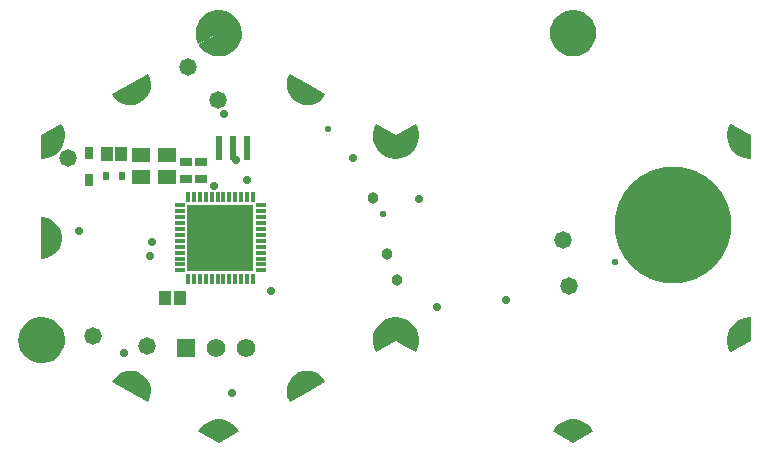
<source format=gbr>
G04*
G04 #@! TF.GenerationSoftware,Altium Limited,Altium Designer,25.8.1 (18)*
G04*
G04 Layer_Color=16711935*
%FSLAX44Y44*%
%MOMM*%
G71*
G04*
G04 #@! TF.SameCoordinates,DC2A109C-38F9-4662-A5C9-921089D2BF11*
G04*
G04*
G04 #@! TF.FilePolarity,Negative*
G04*
G01*
G75*
G04:AMPARAMS|DCode=30|XSize=1.2032mm|YSize=1.2032mm|CornerRadius=0.6016mm|HoleSize=0mm|Usage=FLASHONLY|Rotation=90.000|XOffset=0mm|YOffset=0mm|HoleType=Round|Shape=RoundedRectangle|*
%AMROUNDEDRECTD30*
21,1,1.2032,0.0000,0,0,90.0*
21,1,0.0000,1.2032,0,0,90.0*
1,1,1.2032,0.0000,0.0000*
1,1,1.2032,0.0000,0.0000*
1,1,1.2032,0.0000,0.0000*
1,1,1.2032,0.0000,0.0000*
%
%ADD30ROUNDEDRECTD30*%
G04:AMPARAMS|DCode=31|XSize=1.2032mm|YSize=1.2032mm|CornerRadius=0.6016mm|HoleSize=0mm|Usage=FLASHONLY|Rotation=210.000|XOffset=0mm|YOffset=0mm|HoleType=Round|Shape=RoundedRectangle|*
%AMROUNDEDRECTD31*
21,1,1.2032,0.0000,0,0,210.0*
21,1,0.0000,1.2032,0,0,210.0*
1,1,1.2032,0.0000,0.0000*
1,1,1.2032,0.0000,0.0000*
1,1,1.2032,0.0000,0.0000*
1,1,1.2032,0.0000,0.0000*
%
%ADD31ROUNDEDRECTD31*%
G04:AMPARAMS|DCode=32|XSize=1.2032mm|YSize=1.2032mm|CornerRadius=0.6016mm|HoleSize=0mm|Usage=FLASHONLY|Rotation=150.000|XOffset=0mm|YOffset=0mm|HoleType=Round|Shape=RoundedRectangle|*
%AMROUNDEDRECTD32*
21,1,1.2032,0.0000,0,0,150.0*
21,1,0.0000,1.2032,0,0,150.0*
1,1,1.2032,0.0000,0.0000*
1,1,1.2032,0.0000,0.0000*
1,1,1.2032,0.0000,0.0000*
1,1,1.2032,0.0000,0.0000*
%
%ADD32ROUNDEDRECTD32*%
%ADD34R,0.9900X0.7400*%
%ADD36R,1.5700X1.5700*%
%ADD37C,1.5700*%
%ADD45C,9.9060*%
%ADD48R,0.6000X0.8000*%
%ADD50R,0.3000X0.8500*%
%ADD51R,0.8500X0.3000*%
%ADD52R,5.7000X5.7000*%
%ADD54R,1.6002X1.2954*%
%ADD55R,0.7032X1.1032*%
%ADD56R,1.0032X1.1532*%
%ADD57R,0.6033X2.1032*%
%ADD58C,0.7112*%
%ADD59C,1.4732*%
%ADD60C,0.9652*%
%ADD61C,0.5842*%
G36*
X153602Y191945D02*
X157319Y190313D01*
X160621Y187953D01*
X163369Y184964D01*
X165443Y181474D01*
X166757Y177633D01*
X167254Y173604D01*
X166912Y169559D01*
X165747Y165671D01*
X164778Y163887D01*
Y163887D01*
X147599Y173778D01*
X130421Y163887D01*
X129452Y165671D01*
X128287Y169559D01*
X127945Y173604D01*
X128442Y177633D01*
X129755Y181474D01*
X131830Y184964D01*
X134577Y187953D01*
X137880Y190313D01*
X141597Y191945D01*
X145570Y192779D01*
X149629D01*
X153602Y191945D01*
D02*
G37*
G36*
X-146397D02*
X-142680Y190313D01*
X-139378Y187953D01*
X-136631Y184964D01*
X-134556Y181474D01*
X-133243Y177633D01*
X-132746Y173604D01*
X-133087Y169559D01*
X-134252Y165671D01*
X-135222Y163887D01*
Y163887D01*
X-152400Y173778D01*
X-169578Y163887D01*
X-170548Y165671D01*
X-171713Y169559D01*
X-172054Y173604D01*
X-171558Y177633D01*
X-170244Y181474D01*
X-168169Y184964D01*
X-165422Y187953D01*
X-162120Y190313D01*
X-158403Y191945D01*
X-154430Y192779D01*
X-150370D01*
X-146397Y191945D01*
D02*
G37*
G36*
X164770Y163820D02*
X163932Y162284D01*
X161738Y159559D01*
X159094Y157268D01*
X156085Y155483D01*
X152806Y154263D01*
X149363Y153644D01*
X145864Y153648D01*
X142422Y154275D01*
X139146Y155503D01*
X136141Y157294D01*
X133503Y159592D01*
X131315Y162322D01*
X130481Y163860D01*
X130481Y163860D01*
X147613Y173750D01*
X164770Y163820D01*
D02*
G37*
G36*
X-135230D02*
X-136067Y162284D01*
X-138261Y159559D01*
X-140905Y157268D01*
X-143914Y155483D01*
X-147193Y154263D01*
X-150637Y153644D01*
X-154135Y153648D01*
X-157577Y154275D01*
X-160853Y155503D01*
X-163858Y157294D01*
X-166497Y159592D01*
X-168685Y162322D01*
X-169518Y163860D01*
X-169518Y163860D01*
X-152387Y173750D01*
X-135230Y163820D01*
D02*
G37*
G36*
X-92289Y139060D02*
X-92277Y139080D01*
X-77174Y130346D01*
X-62065Y121637D01*
X-62076Y121617D01*
X-62023Y121586D01*
X-62856Y120043D01*
X-65104Y117351D01*
X-67840Y115159D01*
X-70958Y113554D01*
X-74333Y112600D01*
X-77829Y112336D01*
X-81309Y112771D01*
X-84633Y113888D01*
X-86165Y114774D01*
X-87704Y115661D01*
X-90333Y117981D01*
X-92450Y120777D01*
X-93969Y123937D01*
X-94830Y127337D01*
X-94999Y130839D01*
X-94469Y134305D01*
X-93261Y137598D01*
X-92343Y139091D01*
X-92289Y139060D01*
D02*
G37*
G36*
X-211602Y137587D02*
X-210390Y134297D01*
X-209856Y130831D01*
X-210020Y127328D01*
X-210877Y123928D01*
X-212392Y120765D01*
X-214505Y117967D01*
X-217131Y115644D01*
X-220167Y113888D01*
X-223491Y112771D01*
X-226971Y112336D01*
X-230467Y112600D01*
X-233842Y113554D01*
X-236960Y115159D01*
X-239697Y117351D01*
X-241944Y120043D01*
X-242778Y121586D01*
X-242778D01*
X-212523Y139080D01*
X-211602Y137587D01*
D02*
G37*
G36*
X-285740Y96820D02*
D01*
X-285740D01*
X-285740D01*
D02*
G37*
G36*
X-2400Y87176D02*
X14278Y96781D01*
X15189Y95288D01*
X16452Y92025D01*
X17114Y88590D01*
X17155Y85092D01*
X16573Y81642D01*
X15387Y78351D01*
X13634Y75323D01*
X11371Y72655D01*
X8669Y70432D01*
X5615Y68726D01*
X2306Y67589D01*
X-1152Y67059D01*
X-2400Y67093D01*
X-3649Y67059D01*
X-7107Y67589D01*
X-10416Y68726D01*
X-13470Y70432D01*
X-16171Y72655D01*
X-18435Y75323D01*
X-20187Y78351D01*
X-21374Y81642D01*
X-21956Y85092D01*
X-21915Y88590D01*
X-21253Y92025D01*
X-19990Y95288D01*
X-19079Y96781D01*
Y96781D01*
X-2400Y87176D01*
D02*
G37*
G36*
X-285709Y96769D02*
X-285688Y96781D01*
X-284777Y95288D01*
X-283514Y92025D01*
X-282852Y88590D01*
X-282811Y85092D01*
X-283393Y81642D01*
X-284580Y78351D01*
X-286332Y75323D01*
X-288596Y72655D01*
X-291297Y70432D01*
X-291328Y70415D01*
X-291330Y70413D01*
X-294388Y68700D01*
X-297702Y67557D01*
X-301166Y67023D01*
X-302918Y67067D01*
X-302895Y86887D01*
X-285740Y96820D01*
X-285709Y96769D01*
D02*
G37*
G36*
X280977Y96749D02*
X280981Y96756D01*
X280981D01*
X287540Y92969D01*
X298099Y86888D01*
Y86873D01*
X298113Y86865D01*
X298099Y74678D01*
Y67106D01*
X298091Y67106D01*
X298091Y67041D01*
X296342Y66999D01*
X292885Y67536D01*
X289579Y68680D01*
X286529Y70394D01*
X283833Y72623D01*
X281575Y75296D01*
X280695Y76826D01*
X279812Y78351D01*
X278626Y81642D01*
X278044Y85092D01*
X278084Y88590D01*
X278747Y92025D01*
X280009Y95288D01*
X280921Y96781D01*
Y96781D01*
X280977Y96749D01*
D02*
G37*
G36*
X-297687Y16945D02*
X-294415Y15672D01*
X-291462Y13774D01*
X-288944Y11327D01*
X-286963Y8429D01*
X-285596Y5196D01*
X-284899Y1755D01*
Y-1755D01*
X-285596Y-5196D01*
X-286963Y-8429D01*
X-288944Y-11327D01*
X-291462Y-13774D01*
X-294415Y-15672D01*
X-297687Y-16945D01*
X-297715Y-16950D01*
X-297726Y-16954D01*
X-301181Y-17554D01*
X-302934Y-17505D01*
X-302934D01*
X-302957Y17443D01*
X-302900Y17444D01*
Y17493D01*
X-301146Y17544D01*
X-297687Y16945D01*
D02*
G37*
G36*
X298099Y-67106D02*
X298099D01*
Y-86888D01*
X280921Y-96781D01*
D01*
X280921D01*
X280009Y-95288D01*
X278747Y-92025D01*
X278084Y-88590D01*
X278044Y-85092D01*
X278626Y-81642D01*
X279812Y-78351D01*
X281565Y-75323D01*
X283828Y-72655D01*
X286530Y-70432D01*
X289584Y-68726D01*
X292893Y-67589D01*
X296351Y-67059D01*
X296351D01*
D01*
X298099Y-67106D01*
D02*
G37*
G36*
X2306Y-67589D02*
X5615Y-68726D01*
X8669Y-70432D01*
X11371Y-72655D01*
X13634Y-75323D01*
X15387Y-78351D01*
X16573Y-81642D01*
X17155Y-85092D01*
X17114Y-88590D01*
X16452Y-92025D01*
X15189Y-95288D01*
X14278Y-96781D01*
X6020Y-92025D01*
X-2400Y-87176D01*
X-19079Y-96781D01*
X-19990Y-95288D01*
X-21253Y-92025D01*
X-21915Y-88590D01*
X-21956Y-85092D01*
X-21374Y-81642D01*
X-20187Y-78351D01*
X-18435Y-75323D01*
X-16171Y-72655D01*
X-13470Y-70432D01*
X-10416Y-68726D01*
X-7107Y-67589D01*
X-3649Y-67059D01*
X-2400Y-67093D01*
X-1152Y-67059D01*
X2306Y-67589D01*
D02*
G37*
G36*
X-297653Y-67536D02*
X-294347Y-68680D01*
X-291297Y-70394D01*
X-288600Y-72623D01*
X-286343Y-75296D01*
X-284597Y-78328D01*
X-283419Y-81622D01*
X-282845Y-85073D01*
X-282893Y-88571D01*
X-283564Y-92005D01*
X-284834Y-95265D01*
X-285749Y-96756D01*
Y-96756D01*
X-302880Y-86865D01*
X-302859Y-67041D01*
X-301110Y-66999D01*
X-297653Y-67536D01*
D02*
G37*
G36*
X14278Y-96781D02*
X14278D01*
D01*
X14278D01*
D02*
G37*
G36*
X-302895Y-86887D02*
X-285740Y-96820D01*
X-286800Y-98551D01*
X-289585Y-101504D01*
X-292917Y-103823D01*
X-296655Y-105407D01*
X-300638Y-106190D01*
X-304697Y-106138D01*
X-308659Y-105253D01*
X-312354Y-103574D01*
X-315626Y-101171D01*
X-318335Y-98147D01*
X-320365Y-94632D01*
X-321629Y-90774D01*
X-322074Y-86740D01*
X-321681Y-82699D01*
X-320466Y-78826D01*
X-318482Y-75285D01*
X-315812Y-72226D01*
X-312571Y-69782D01*
X-308898Y-68055D01*
X-304947Y-67120D01*
X-302918Y-67067D01*
X-302918Y-67067D01*
X-302895Y-86887D01*
D02*
G37*
G36*
X-74333Y-112600D02*
X-70958Y-113554D01*
X-67840Y-115159D01*
X-65104Y-117351D01*
X-62856Y-120043D01*
X-62023Y-121586D01*
D01*
Y-121586D01*
X-77150Y-130333D01*
X-92277Y-139080D01*
X-93198Y-137587D01*
X-94410Y-134297D01*
X-94944Y-130831D01*
X-94780Y-127329D01*
X-93923Y-123928D01*
X-92408Y-120766D01*
X-90295Y-117967D01*
X-87669Y-115644D01*
X-84633Y-113888D01*
X-81309Y-112771D01*
X-77829Y-112336D01*
X-74333Y-112600D01*
D02*
G37*
G36*
X-223491Y-112771D02*
X-220167Y-113888D01*
X-218636Y-114774D01*
X-217097Y-115661D01*
X-214467Y-117981D01*
X-212350Y-120777D01*
X-210831Y-123937D01*
X-209970Y-127337D01*
X-209801Y-130839D01*
X-210331Y-134305D01*
X-211539Y-137598D01*
X-212457Y-139091D01*
D01*
X-212457Y-139091D01*
X-212457Y-139091D01*
X-212511Y-139060D01*
X-212523Y-139080D01*
D01*
X-212523Y-139080D01*
X-212523Y-139080D01*
X-227626Y-130346D01*
X-242735Y-121637D01*
X-242724Y-121617D01*
X-242778Y-121586D01*
X-241944Y-120043D01*
X-239697Y-117351D01*
X-236960Y-115159D01*
X-233842Y-113554D01*
X-230467Y-112600D01*
X-226971Y-112336D01*
X-223491Y-112771D01*
D02*
G37*
G36*
X149334Y-153648D02*
X152776Y-154275D01*
X156052Y-155503D01*
X159057Y-157294D01*
X161696Y-159592D01*
X163884Y-162322D01*
X164718Y-163860D01*
X164718D01*
X163885Y-164340D01*
X163910Y-164387D01*
X147599Y-173778D01*
X131289Y-164387D01*
X131318Y-164334D01*
X130429Y-163820D01*
X131266Y-162284D01*
X133461Y-159559D01*
X136105Y-157268D01*
X139114Y-155483D01*
X142392Y-154263D01*
X145836Y-153644D01*
X149334Y-153648D01*
D02*
G37*
G36*
X-150665D02*
X-147223Y-154275D01*
X-143947Y-155503D01*
X-140942Y-157294D01*
X-138303Y-159592D01*
X-136116Y-162322D01*
X-135282Y-163860D01*
X-135282D01*
X-136115Y-164340D01*
X-136089Y-164387D01*
X-152400Y-173778D01*
X-168711Y-164387D01*
X-168682Y-164334D01*
X-169570Y-163820D01*
X-168733Y-162284D01*
X-166539Y-159559D01*
X-163895Y-157268D01*
X-160886Y-155483D01*
X-157607Y-154263D01*
X-154164Y-153644D01*
X-150665Y-153648D01*
D02*
G37*
D30*
X-1679Y77521D02*
D03*
Y-77521D02*
D03*
X-80899Y-123901D02*
D03*
X290700Y-82601D02*
D03*
X-295468Y82601D02*
D03*
X-223901Y123901D02*
D03*
D31*
X147599Y165199D02*
D03*
Y-165199D02*
D03*
X-152400Y165199D02*
D03*
Y-165199D02*
D03*
X-223901Y-123901D02*
D03*
X-80899Y123901D02*
D03*
D32*
X-295501Y0D02*
D03*
X-295468Y-82601D02*
D03*
X290700Y82601D02*
D03*
D34*
X-180237Y64056D02*
D03*
Y50056D02*
D03*
X-167537D02*
D03*
Y64056D02*
D03*
D36*
X-179978Y-93003D02*
D03*
D37*
X-154578D02*
D03*
X-129178D02*
D03*
D45*
X231803Y10668D02*
D03*
D48*
X-234046Y52070D02*
D03*
X-248046D02*
D03*
D50*
X-178405Y34572D02*
D03*
X-173405D02*
D03*
X-168405D02*
D03*
X-163405D02*
D03*
X-158405D02*
D03*
X-153405D02*
D03*
X-133405D02*
D03*
X-128405D02*
D03*
X-123405D02*
D03*
Y-34428D02*
D03*
X-128405D02*
D03*
X-133405D02*
D03*
X-138405D02*
D03*
X-143405D02*
D03*
X-153405D02*
D03*
X-158405D02*
D03*
X-163405D02*
D03*
X-168405D02*
D03*
X-173405D02*
D03*
X-178405D02*
D03*
X-148405Y34572D02*
D03*
X-138405D02*
D03*
X-143405D02*
D03*
X-148405Y-34428D02*
D03*
D51*
X-116405Y27572D02*
D03*
Y22572D02*
D03*
Y17572D02*
D03*
Y12572D02*
D03*
Y7572D02*
D03*
Y2572D02*
D03*
Y-2428D02*
D03*
Y-7428D02*
D03*
Y-12428D02*
D03*
Y-17428D02*
D03*
Y-22428D02*
D03*
Y-27428D02*
D03*
X-185405D02*
D03*
Y-22428D02*
D03*
Y-17428D02*
D03*
Y-12428D02*
D03*
Y-7428D02*
D03*
Y-2428D02*
D03*
Y2572D02*
D03*
Y7572D02*
D03*
Y12572D02*
D03*
Y17572D02*
D03*
Y22572D02*
D03*
Y27572D02*
D03*
D52*
X-150905Y72D02*
D03*
D54*
X-218186Y51689D02*
D03*
Y70231D02*
D03*
X-196596Y51689D02*
D03*
Y70231D02*
D03*
D55*
X-261928Y48953D02*
D03*
Y71953D02*
D03*
D56*
X-234796Y71120D02*
D03*
X-247296D02*
D03*
X-197766Y-50800D02*
D03*
X-185266D02*
D03*
D57*
X-128410Y76493D02*
D03*
X-140409D02*
D03*
X-152408D02*
D03*
D58*
X-128691Y49376D02*
D03*
X-156120Y44010D02*
D03*
X32790Y-58709D02*
D03*
X-148127Y105032D02*
D03*
X-138022Y65775D02*
D03*
X17316Y33010D02*
D03*
X-38882Y67276D02*
D03*
X-141077Y-131197D02*
D03*
X-150905Y72D02*
D03*
X90588Y-52371D02*
D03*
X-232986Y-97764D02*
D03*
X-210887Y-15575D02*
D03*
X-107926Y-45348D02*
D03*
X-270422Y6127D02*
D03*
X-208979Y-3624D02*
D03*
D59*
X144423Y-40462D02*
D03*
X138810Y-1824D02*
D03*
X-152850Y116615D02*
D03*
X-178183Y145002D02*
D03*
X-279600Y67634D02*
D03*
X-213376Y-91653D02*
D03*
X-258993Y-83112D02*
D03*
D60*
X-21716Y33524D02*
D03*
X-1534Y-35255D02*
D03*
X-9946Y-13682D02*
D03*
D61*
X-13245Y20239D02*
D03*
X-60170Y92355D02*
D03*
X182819Y-20681D02*
D03*
M02*

</source>
